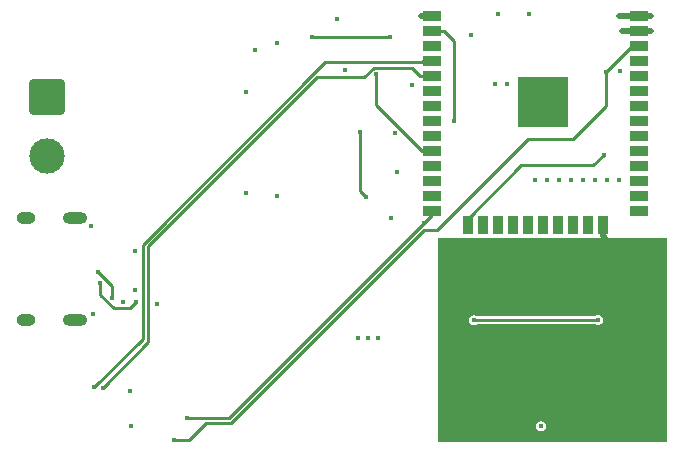
<source format=gbl>
G04 #@! TF.GenerationSoftware,KiCad,Pcbnew,9.0.5*
G04 #@! TF.CreationDate,2025-10-24T16:35:50+02:00*
G04 #@! TF.ProjectId,Mini-EMS-ESP,4d696e69-2d45-44d5-932d-4553502e6b69,rev?*
G04 #@! TF.SameCoordinates,Original*
G04 #@! TF.FileFunction,Copper,L4,Bot*
G04 #@! TF.FilePolarity,Positive*
%FSLAX46Y46*%
G04 Gerber Fmt 4.6, Leading zero omitted, Abs format (unit mm)*
G04 Created by KiCad (PCBNEW 9.0.5) date 2025-10-24 16:35:50*
%MOMM*%
%LPD*%
G01*
G04 APERTURE LIST*
G04 Aperture macros list*
%AMRoundRect*
0 Rectangle with rounded corners*
0 $1 Rounding radius*
0 $2 $3 $4 $5 $6 $7 $8 $9 X,Y pos of 4 corners*
0 Add a 4 corners polygon primitive as box body*
4,1,4,$2,$3,$4,$5,$6,$7,$8,$9,$2,$3,0*
0 Add four circle primitives for the rounded corners*
1,1,$1+$1,$2,$3*
1,1,$1+$1,$4,$5*
1,1,$1+$1,$6,$7*
1,1,$1+$1,$8,$9*
0 Add four rect primitives between the rounded corners*
20,1,$1+$1,$2,$3,$4,$5,0*
20,1,$1+$1,$4,$5,$6,$7,0*
20,1,$1+$1,$6,$7,$8,$9,0*
20,1,$1+$1,$8,$9,$2,$3,0*%
G04 Aperture macros list end*
G04 #@! TA.AperFunction,ComponentPad*
%ADD10RoundRect,0.249999X-1.250001X1.250001X-1.250001X-1.250001X1.250001X-1.250001X1.250001X1.250001X0*%
G04 #@! TD*
G04 #@! TA.AperFunction,ComponentPad*
%ADD11C,3.000000*%
G04 #@! TD*
G04 #@! TA.AperFunction,ComponentPad*
%ADD12O,2.100000X1.000000*%
G04 #@! TD*
G04 #@! TA.AperFunction,ComponentPad*
%ADD13O,1.600000X1.000000*%
G04 #@! TD*
G04 #@! TA.AperFunction,SMDPad,CuDef*
%ADD14R,1.500000X0.900000*%
G04 #@! TD*
G04 #@! TA.AperFunction,SMDPad,CuDef*
%ADD15R,0.900000X1.500000*%
G04 #@! TD*
G04 #@! TA.AperFunction,SMDPad,CuDef*
%ADD16R,1.050000X1.050000*%
G04 #@! TD*
G04 #@! TA.AperFunction,HeatsinkPad*
%ADD17C,0.600000*%
G04 #@! TD*
G04 #@! TA.AperFunction,HeatsinkPad*
%ADD18R,4.200000X4.200000*%
G04 #@! TD*
G04 #@! TA.AperFunction,ViaPad*
%ADD19C,0.450000*%
G04 #@! TD*
G04 #@! TA.AperFunction,Conductor*
%ADD20C,0.500000*%
G04 #@! TD*
G04 #@! TA.AperFunction,Conductor*
%ADD21C,0.250000*%
G04 #@! TD*
G04 APERTURE END LIST*
D10*
X75590400Y-94136000D03*
D11*
X75590400Y-99136000D03*
D12*
X78006000Y-104392000D03*
X78006000Y-104392000D03*
D13*
X73826000Y-104392000D03*
X73826000Y-104392000D03*
D12*
X78006000Y-113032000D03*
X78006000Y-113032000D03*
D13*
X73826000Y-113032000D03*
X73826000Y-113032000D03*
D14*
X125704000Y-87249000D03*
X125704000Y-88519000D03*
X125704000Y-89789000D03*
X125704000Y-91059000D03*
X125704000Y-92329000D03*
X125704000Y-93599000D03*
X125704000Y-94869000D03*
X125704000Y-96139000D03*
X125704000Y-97409000D03*
X125704000Y-98679000D03*
X125704000Y-99949000D03*
X125704000Y-101219000D03*
X125704000Y-102489000D03*
X125704000Y-103759000D03*
D15*
X122664000Y-105009000D03*
X121394000Y-105009000D03*
X120124000Y-105009000D03*
X118854000Y-105009000D03*
X117584000Y-105009000D03*
X116314000Y-105009000D03*
X115044000Y-105009000D03*
X113774000Y-105009000D03*
X112504000Y-105009000D03*
X111234000Y-105009000D03*
D14*
X108204000Y-103759000D03*
X108204000Y-102489000D03*
X108204000Y-101219000D03*
X108204000Y-99949000D03*
X108204000Y-98679000D03*
X108204000Y-97409000D03*
X108204000Y-96139000D03*
X108204000Y-94869000D03*
X108204000Y-93599000D03*
X108204000Y-92329000D03*
X108204000Y-91059000D03*
X108204000Y-89789000D03*
X108204000Y-88519000D03*
X108204000Y-87249000D03*
D16*
X119159000Y-96114000D03*
D17*
X119159000Y-95351500D03*
D16*
X119159000Y-94589000D03*
D17*
X119159000Y-93826500D03*
D16*
X119159000Y-93064000D03*
D17*
X118396500Y-96114000D03*
X118396500Y-94589000D03*
X118396500Y-93064000D03*
D16*
X117634000Y-96114000D03*
D17*
X117634000Y-95351500D03*
D16*
X117634000Y-94589000D03*
D18*
X117634000Y-94589000D03*
D17*
X117634000Y-93826500D03*
D16*
X117634000Y-93064000D03*
D17*
X116871500Y-96114000D03*
X116871500Y-94589000D03*
X116871500Y-93064000D03*
D16*
X116109000Y-96114000D03*
D17*
X116109000Y-95351500D03*
D16*
X116109000Y-94589000D03*
D17*
X116109000Y-93826500D03*
D16*
X116109000Y-93064000D03*
D19*
X118745000Y-115443000D03*
X111556800Y-88849200D03*
X79502000Y-112522000D03*
X118745000Y-114554000D03*
X117221000Y-115443000D03*
X125603000Y-106553000D03*
X117221000Y-116332000D03*
X123444000Y-110845600D03*
X101953443Y-114501732D03*
X82677000Y-118999000D03*
X117983000Y-117221000D03*
X118745000Y-113665000D03*
X117221000Y-117221000D03*
X121285000Y-119761000D03*
X119761000Y-118745000D03*
X100203000Y-87503000D03*
X117983000Y-115443000D03*
X113588800Y-93040200D03*
X124841000Y-106553000D03*
X124307600Y-111607600D03*
X84963000Y-111633000D03*
X125120400Y-110845600D03*
X92456000Y-93726000D03*
X118999000Y-118745000D03*
X83058000Y-107188000D03*
X120523000Y-119761000D03*
X93218000Y-90170000D03*
X120523000Y-120777000D03*
X124104400Y-91897200D03*
X95123000Y-89535000D03*
X83058000Y-110490000D03*
X117221000Y-114554000D03*
X124079000Y-106553000D03*
X119761000Y-119761000D03*
X118999000Y-120777000D03*
X82042000Y-111506000D03*
X79375000Y-105029000D03*
X100838000Y-91821000D03*
X126746000Y-87249000D03*
X105283000Y-100457000D03*
X95123000Y-102489000D03*
X118745000Y-117221000D03*
X117983000Y-116332000D03*
X114604800Y-93040200D03*
X103682800Y-114503200D03*
X119761000Y-120777000D03*
X125120400Y-111607600D03*
X124079000Y-87249000D03*
X104775000Y-104394000D03*
X117221000Y-113665000D03*
X92456000Y-102235000D03*
X117983000Y-114554000D03*
X107315000Y-87249000D03*
X123317000Y-106553000D03*
X121285000Y-118745000D03*
X118999000Y-119761000D03*
X118745000Y-116332000D03*
X117983000Y-113665000D03*
X113842800Y-87122000D03*
X121285000Y-120777000D03*
X124307600Y-110845600D03*
X123444000Y-111607600D03*
X102815105Y-114501732D03*
X120523000Y-118745000D03*
X105123000Y-97188000D03*
X122021600Y-101142800D03*
X118973600Y-101142800D03*
X119989600Y-101142800D03*
X117955299Y-101138508D03*
X117449600Y-122021600D03*
X123037600Y-101142800D03*
X106553000Y-93091000D03*
X82753200Y-122021600D03*
X126746000Y-88519000D03*
X124333000Y-88519000D03*
X116433600Y-87071200D03*
X116939299Y-101138508D03*
X121005600Y-101142800D03*
X124053600Y-101142800D03*
X102666800Y-102592500D03*
X102158800Y-97078800D03*
X103505000Y-92185000D03*
X122275600Y-112979200D03*
X111760000Y-113030000D03*
X87503000Y-121285000D03*
X107543600Y-104800400D03*
X86360000Y-123190000D03*
X122936000Y-92025000D03*
X98044000Y-89052400D03*
X104648000Y-89052400D03*
X110109000Y-96139000D03*
X80330432Y-118735232D03*
X79603600Y-118719600D03*
X80137000Y-109855000D03*
X83185000Y-111506000D03*
X81153000Y-111142000D03*
X79947000Y-108913000D03*
X122783600Y-99009200D03*
D20*
X122664000Y-105009000D02*
X122664000Y-105900000D01*
X124079000Y-87249000D02*
X125704000Y-87249000D01*
X107315000Y-87249000D02*
X108204000Y-87249000D01*
X125704000Y-87249000D02*
X126746000Y-87249000D01*
X122664000Y-105900000D02*
X123317000Y-106553000D01*
X125704000Y-88519000D02*
X126746000Y-88519000D01*
X124333000Y-88519000D02*
X125704000Y-88519000D01*
D21*
X102158800Y-102084500D02*
X102666800Y-102592500D01*
X102158800Y-97078800D02*
X102158800Y-102084500D01*
X107357877Y-98679000D02*
X103462939Y-94784061D01*
X108204000Y-98679000D02*
X107357877Y-98679000D01*
X103462939Y-92227061D02*
X103462939Y-94784061D01*
X103505000Y-92185000D02*
X103462939Y-92227061D01*
X111760000Y-113030000D02*
X120904000Y-113030000D01*
X120904000Y-113030000D02*
X122224800Y-113030000D01*
X122224800Y-113030000D02*
X122275600Y-112979200D01*
X107543600Y-104800400D02*
X108204000Y-104140000D01*
X87503000Y-121285000D02*
X91059000Y-121285000D01*
X108204000Y-104140000D02*
X108204000Y-103759000D01*
X91059000Y-121285000D02*
X107543600Y-104800400D01*
X108626673Y-105393727D02*
X116357400Y-97663000D01*
X89109000Y-121711000D02*
X91235454Y-121711000D01*
X125172000Y-89789000D02*
X125704000Y-89789000D01*
X122936000Y-92025000D02*
X125172000Y-89789000D01*
X91235454Y-121711000D02*
X107552727Y-105393727D01*
X87630000Y-123190000D02*
X89109000Y-121711000D01*
X86360000Y-123190000D02*
X87630000Y-123190000D01*
X116357400Y-97663000D02*
X120142000Y-97663000D01*
X120142000Y-97663000D02*
X122936000Y-94869000D01*
X122936000Y-94869000D02*
X122936000Y-92025000D01*
X107552727Y-105393727D02*
X108626673Y-105393727D01*
X104648000Y-89052400D02*
X98044000Y-89052400D01*
X110109000Y-89424000D02*
X110109000Y-96139000D01*
X108204000Y-88519000D02*
X109204000Y-88519000D01*
X109204000Y-88519000D02*
X110109000Y-89424000D01*
X103287123Y-91659000D02*
X106534000Y-91659000D01*
X106534000Y-91659000D02*
X107204000Y-92329000D01*
X98519454Y-92456000D02*
X102490123Y-92456000D01*
X84201000Y-114864664D02*
X84201000Y-106774454D01*
X80330432Y-118735232D02*
X84201000Y-114864664D01*
X102490123Y-92456000D02*
X103287123Y-91659000D01*
X84201000Y-106774454D02*
X98519454Y-92456000D01*
X107204000Y-92329000D02*
X108204000Y-92329000D01*
X83711000Y-106662000D02*
X83711000Y-113520000D01*
X108204000Y-91059000D02*
X107442000Y-91059000D01*
X107442000Y-91059000D02*
X107315000Y-91186000D01*
X99187000Y-91186000D02*
X83711000Y-106662000D01*
X107315000Y-91186000D02*
X99187000Y-91186000D01*
X83711000Y-114612200D02*
X79603600Y-118719600D01*
X83711000Y-113520000D02*
X83711000Y-114612200D01*
X80137000Y-109855000D02*
X80137000Y-110871000D01*
X81298000Y-112032000D02*
X82659000Y-112032000D01*
X82659000Y-112032000D02*
X83185000Y-111506000D01*
X80137000Y-110871000D02*
X81298000Y-112032000D01*
X81153000Y-110119000D02*
X79947000Y-108913000D01*
X81153000Y-111142000D02*
X81153000Y-110119000D01*
X111234000Y-104466123D02*
X115776523Y-99923600D01*
X111234000Y-105009000D02*
X111234000Y-104466123D01*
X115776523Y-99923600D02*
X121869200Y-99923600D01*
X121869200Y-99923600D02*
X122783600Y-99009200D01*
G04 #@! TA.AperFunction,Conductor*
G36*
X128086039Y-106064685D02*
G01*
X128131794Y-106117489D01*
X128143000Y-106169000D01*
X128143000Y-123193000D01*
X128123315Y-123260039D01*
X128070511Y-123305794D01*
X128019000Y-123317000D01*
X108836000Y-123317000D01*
X108768961Y-123297315D01*
X108723206Y-123244511D01*
X108712000Y-123193000D01*
X108712000Y-121965582D01*
X117024100Y-121965582D01*
X117024100Y-122077618D01*
X117053097Y-122185837D01*
X117109115Y-122282863D01*
X117188337Y-122362085D01*
X117285363Y-122418103D01*
X117393582Y-122447100D01*
X117393584Y-122447100D01*
X117505616Y-122447100D01*
X117505618Y-122447100D01*
X117613837Y-122418103D01*
X117710863Y-122362085D01*
X117790085Y-122282863D01*
X117846103Y-122185837D01*
X117875100Y-122077618D01*
X117875100Y-121965582D01*
X117846103Y-121857363D01*
X117790085Y-121760337D01*
X117710863Y-121681115D01*
X117613837Y-121625097D01*
X117505618Y-121596100D01*
X117393582Y-121596100D01*
X117285363Y-121625097D01*
X117285360Y-121625098D01*
X117188340Y-121681113D01*
X117188334Y-121681117D01*
X117109117Y-121760334D01*
X117109113Y-121760340D01*
X117053098Y-121857360D01*
X117053097Y-121857363D01*
X117024100Y-121965582D01*
X108712000Y-121965582D01*
X108712000Y-112973982D01*
X111334500Y-112973982D01*
X111334500Y-113086018D01*
X111363497Y-113194237D01*
X111419515Y-113291263D01*
X111498737Y-113370485D01*
X111595763Y-113426503D01*
X111703982Y-113455500D01*
X111703984Y-113455500D01*
X111816016Y-113455500D01*
X111816018Y-113455500D01*
X111924237Y-113426503D01*
X112018443Y-113372112D01*
X112080443Y-113355500D01*
X120861147Y-113355500D01*
X122043145Y-113355500D01*
X122105144Y-113372112D01*
X122111363Y-113375703D01*
X122219582Y-113404700D01*
X122219584Y-113404700D01*
X122331616Y-113404700D01*
X122331618Y-113404700D01*
X122439837Y-113375703D01*
X122536863Y-113319685D01*
X122616085Y-113240463D01*
X122672103Y-113143437D01*
X122701100Y-113035218D01*
X122701100Y-112923182D01*
X122672103Y-112814963D01*
X122616085Y-112717937D01*
X122536863Y-112638715D01*
X122439837Y-112582697D01*
X122331618Y-112553700D01*
X122219582Y-112553700D01*
X122111363Y-112582697D01*
X122111360Y-112582698D01*
X122014340Y-112638713D01*
X122014334Y-112638717D01*
X121984871Y-112668181D01*
X121923548Y-112701666D01*
X121897190Y-112704500D01*
X112080443Y-112704500D01*
X112018443Y-112687887D01*
X111924239Y-112633498D01*
X111924238Y-112633497D01*
X111924237Y-112633497D01*
X111816018Y-112604500D01*
X111703982Y-112604500D01*
X111595763Y-112633497D01*
X111595760Y-112633498D01*
X111498740Y-112689513D01*
X111498734Y-112689517D01*
X111419517Y-112768734D01*
X111419513Y-112768740D01*
X111363498Y-112865760D01*
X111363497Y-112865763D01*
X111334500Y-112973982D01*
X108712000Y-112973982D01*
X108712000Y-106169000D01*
X108731685Y-106101961D01*
X108784489Y-106056206D01*
X108836000Y-106045000D01*
X128019000Y-106045000D01*
X128086039Y-106064685D01*
G37*
G04 #@! TD.AperFunction*
M02*

</source>
